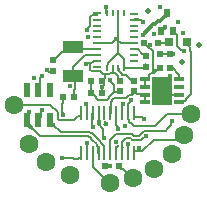
<source format=gtl>
G04*
G04 #@! TF.GenerationSoftware,Altium Limited,Altium Designer,20.0.13 (296)*
G04*
G04 Layer_Physical_Order=1*
G04 Layer_Color=255*
%FSLAX25Y25*%
%MOIN*%
G70*
G01*
G75*
%ADD15C,0.00600*%
%ADD16R,0.02165X0.02165*%
%ADD17R,0.03347X0.01378*%
%ADD18R,0.06693X0.09646*%
%ADD19R,0.01890X0.02539*%
%ADD20R,0.02362X0.04724*%
%ADD21R,0.07087X0.03937*%
%ADD22R,0.02441X0.02362*%
%ADD23R,0.02362X0.02441*%
%ADD24R,0.00984X0.04724*%
%ADD25R,0.02657X0.00984*%
%ADD26R,0.00984X0.02264*%
%ADD27R,0.02165X0.02165*%
%ADD28R,0.03150X0.03150*%
%ADD44C,0.00800*%
%ADD45C,0.01200*%
%ADD46C,0.01949*%
%ADD47C,0.01772*%
%ADD48C,0.06299*%
D15*
X50098Y51650D02*
Y51973D01*
X49724Y51276D02*
X50098Y51650D01*
X42961Y53500D02*
X43000D01*
X39843Y54390D02*
X42071D01*
X42961Y53500D01*
X40035Y54582D02*
X41618D01*
X39843Y54390D02*
X40035Y54582D01*
X35921Y23193D02*
X36022Y23294D01*
Y26339D02*
X36123Y26440D01*
X36022Y23294D02*
Y26339D01*
X28000Y20000D02*
X28064Y20064D01*
Y20420D01*
X28000Y19777D02*
X28714Y19063D01*
X28000Y19777D02*
Y20000D01*
X26000Y18614D02*
X26092Y18523D01*
X26000Y23114D02*
X26079Y23193D01*
X26000Y18614D02*
Y23114D01*
X29500Y15500D02*
X29893Y15107D01*
Y15107D02*
Y15107D01*
X29500Y15500D02*
Y17975D01*
X28714Y18760D02*
X29500Y17975D01*
X28714Y18760D02*
Y19063D01*
X16020Y8131D02*
X19617D01*
X19748Y8000D01*
X21227D01*
X21734Y8507D01*
X14500Y21351D02*
Y23500D01*
X12000Y26000D02*
X14500Y23500D01*
X14852Y21000D02*
X15508D01*
X15613Y20895D01*
X19844D01*
X21101Y22152D01*
X38254Y2746D02*
X39500D01*
X34800Y5500D02*
X35569Y4731D01*
X36269D01*
X38254Y2746D01*
X26079Y5421D02*
X31500Y0D01*
X32000D01*
X49724Y51276D02*
X50328D01*
X48500Y42800D02*
X52000D01*
X1455Y26000D02*
X12000D01*
X14500Y21351D02*
X14852Y21000D01*
X22142Y22344D02*
Y23193D01*
X21950Y22152D02*
X22142Y22344D01*
X21101Y22152D02*
X21950D01*
X26079Y5421D02*
Y9807D01*
D16*
X30200Y5500D02*
D03*
X34800D02*
D03*
X35200Y34000D02*
D03*
X39800D02*
D03*
X43295Y46605D02*
D03*
X47895D02*
D03*
X35200Y30500D02*
D03*
X39800D02*
D03*
D17*
X43583Y34559D02*
D03*
Y32000D02*
D03*
Y29441D02*
D03*
Y26882D02*
D03*
X55000D02*
D03*
Y29441D02*
D03*
Y32000D02*
D03*
Y34559D02*
D03*
D18*
X49291Y30720D02*
D03*
D19*
X49031Y50539D02*
D03*
X52969D02*
D03*
X51000Y56461D02*
D03*
D20*
X4260Y30921D02*
D03*
X8000D02*
D03*
X11740D02*
D03*
Y21079D02*
D03*
X8000D02*
D03*
X4260D02*
D03*
D21*
X19500Y45421D02*
D03*
Y35579D02*
D03*
D22*
X13000Y37189D02*
D03*
Y40811D02*
D03*
X44000Y38689D02*
D03*
Y42311D02*
D03*
D23*
X25689Y34000D02*
D03*
X29311D02*
D03*
X16189Y28500D02*
D03*
X19811D02*
D03*
X25689Y30000D02*
D03*
X29311D02*
D03*
D24*
X22142Y9807D02*
D03*
Y23193D02*
D03*
X24110Y9807D02*
D03*
Y23193D02*
D03*
X26079Y9807D02*
D03*
Y23193D02*
D03*
X28047Y9807D02*
D03*
Y23193D02*
D03*
X30016Y9807D02*
D03*
Y23193D02*
D03*
X31984Y9807D02*
D03*
Y23193D02*
D03*
X33953Y9807D02*
D03*
Y23193D02*
D03*
X35921Y9807D02*
D03*
Y23193D02*
D03*
X37890Y9807D02*
D03*
Y23193D02*
D03*
X39858Y9807D02*
D03*
Y23193D02*
D03*
D25*
X27539Y38642D02*
D03*
X39843Y38394D02*
D03*
Y40610D02*
D03*
Y42579D02*
D03*
Y44547D02*
D03*
Y46516D02*
D03*
Y48484D02*
D03*
Y50453D02*
D03*
Y52421D02*
D03*
Y54390D02*
D03*
Y56410D02*
D03*
X27539Y56606D02*
D03*
Y54390D02*
D03*
Y52421D02*
D03*
Y50453D02*
D03*
Y48484D02*
D03*
Y46516D02*
D03*
Y44547D02*
D03*
Y42579D02*
D03*
Y40610D02*
D03*
D26*
X30736Y38394D02*
D03*
X32705D02*
D03*
X34673D02*
D03*
X36642D02*
D03*
Y56606D02*
D03*
X34673D02*
D03*
X32705D02*
D03*
X30736D02*
D03*
D27*
X52000Y42800D02*
D03*
Y38200D02*
D03*
X48500Y42800D02*
D03*
Y38200D02*
D03*
D28*
X57453Y47000D02*
D03*
X51547D02*
D03*
D44*
X34500Y18000D02*
Y18580D01*
X34591Y18672D01*
X35453Y16286D02*
X39361D01*
X35281Y16114D02*
X35453Y16286D01*
X33947Y16114D02*
X35281D01*
X31984Y14151D02*
X33947Y16114D01*
X45028Y45814D02*
X45214Y46000D01*
X32516Y46516D02*
X34000Y48000D01*
X34500Y48500D01*
X34673Y47327D02*
Y56606D01*
X44970Y44930D02*
X45408Y44492D01*
X43295Y46605D02*
X44557Y45343D01*
X45028Y44989D02*
Y45814D01*
X44970Y44930D02*
X45028Y44989D01*
X39000Y27237D02*
Y27500D01*
X37982Y23449D02*
Y25631D01*
X38009Y25659D01*
X37808Y23275D02*
X37982Y23449D01*
X38009Y25659D02*
Y26246D01*
X39000Y27237D01*
X37209Y28417D02*
X38177Y29386D01*
X39186D01*
X39800Y30000D01*
X33417Y28417D02*
X37209D01*
X33953Y19310D02*
X34591Y18672D01*
X27379Y14954D02*
X29924Y12409D01*
X27379Y14954D02*
Y14954D01*
X25759Y16574D02*
X27379Y14954D01*
X25179Y15174D02*
X25979Y14374D01*
Y14374D02*
Y14374D01*
Y14374D02*
X27571Y12782D01*
Y12154D02*
Y12782D01*
X24499Y15500D02*
X24825Y15174D01*
X25179D01*
X25405Y16574D02*
X25759D01*
X24979Y17000D02*
X25405Y16574D01*
X24358Y13288D02*
Y13328D01*
X8621Y15500D02*
X24499D01*
X15386Y17000D02*
X24979D01*
X31984Y9807D02*
Y14151D01*
X24175Y9872D02*
Y13511D01*
X6112Y18009D02*
X8621Y15500D01*
X24175Y13511D02*
X24358Y13328D01*
X13000Y19386D02*
X15386Y17000D01*
X12521Y19386D02*
X13000D01*
X41500Y11486D02*
X41648Y11338D01*
Y10648D02*
Y11338D01*
X40450Y10500D02*
X41500D01*
X29924Y9899D02*
Y12409D01*
X16166Y22867D02*
X16352Y22681D01*
X39998Y18786D02*
X45361D01*
X39281Y19502D02*
X39998Y18786D01*
X39280Y19502D02*
X39281D01*
X38366Y20416D02*
X39280Y19502D01*
X38366Y20416D02*
Y20846D01*
X37982Y21231D02*
X38366Y20846D01*
X40056Y21892D02*
X42449D01*
X39950Y21787D02*
X40056Y21892D01*
X39858Y21879D02*
X39950Y21787D01*
X39858Y21879D02*
Y23193D01*
X37219Y14886D02*
X38781D01*
X35941Y13608D02*
X37219Y14886D01*
X37882Y12882D02*
X38000Y13000D01*
X42144Y14331D02*
X43127Y15314D01*
X39336Y14331D02*
X42144D01*
X38781Y14886D02*
X39336Y14331D01*
X41564Y15731D02*
X43219Y17386D01*
X39916Y15731D02*
X41564D01*
X39361Y16286D02*
X39916Y15731D01*
X43814Y15314D02*
X44000Y15500D01*
X27895Y27600D02*
X30727D01*
X27130Y28365D02*
X27895Y27600D01*
X27130Y28365D02*
Y28711D01*
X26661Y29179D02*
X27130Y28711D01*
X35941Y12774D02*
Y13608D01*
X25796Y55882D02*
X27539D01*
X42648Y10648D02*
X46431Y14431D01*
X43127Y15314D02*
X43814D01*
X41500Y10500D02*
X41648Y10648D01*
X27955Y9899D02*
Y11769D01*
X27571Y12154D02*
X27955Y11769D01*
X46431Y14431D02*
X53389D01*
X41648Y10648D02*
X42648D01*
X54958Y16000D02*
X55335D01*
X53389Y14431D02*
X54958Y16000D01*
X51000Y17854D02*
Y18000D01*
X43219Y17386D02*
X50531D01*
X51000Y17854D01*
Y23000D02*
X57923D01*
X46786Y18786D02*
X51000Y23000D01*
X45361Y18786D02*
X46786D01*
X52325Y19325D02*
Y20325D01*
X52500Y20500D01*
X51000Y18000D02*
X52325Y19325D01*
X54264Y45625D02*
Y49244D01*
X52909Y50274D02*
Y50599D01*
Y50274D02*
X53513Y49670D01*
X53838D01*
X54264Y49244D01*
Y45625D02*
X55464Y44425D01*
X55666D02*
X56225Y43867D01*
X56488D01*
X55464Y44425D02*
X55666D01*
X57000Y46325D02*
Y47453D01*
X58456Y44044D02*
X58961Y43539D01*
X58456Y44044D02*
Y45221D01*
X57352Y46325D02*
X58456Y45221D01*
X57000Y46325D02*
X57352D01*
X57673Y28420D02*
X58961Y29708D01*
X56717Y27382D02*
X57673Y28338D01*
Y28420D01*
X55417Y27382D02*
X56717D01*
X58961Y29708D02*
Y43539D01*
X47895Y46605D02*
X48000Y46500D01*
X50788D01*
X45408Y44492D02*
X45635D01*
X46220Y43906D01*
Y37389D02*
Y43906D01*
X51342Y35000D02*
X51748D01*
X51891Y35143D02*
Y35631D01*
X51748Y35000D02*
X51891Y35143D01*
X39843Y44547D02*
X39935Y44455D01*
X41201D01*
X42564Y43092D01*
X43180D01*
X43399Y42257D02*
Y42873D01*
X43180Y43092D02*
X43399Y42873D01*
X39879Y38430D02*
X42741D01*
X39843Y38394D02*
X39879Y38430D01*
X42741D02*
X43892Y39581D01*
X43892D01*
X36642Y38394D02*
X39843D01*
X46291Y37319D02*
X46705Y37733D01*
X44875Y34790D02*
X44945Y34860D01*
X47602Y37517D02*
X47817D01*
X46628Y36543D02*
X47602Y37517D01*
X44945Y35958D02*
X45531Y36543D01*
X46628D01*
X44945Y34860D02*
Y35958D01*
X47817Y37517D02*
Y37733D01*
X46705D02*
X47817D01*
X25504Y39841D02*
X25796Y40134D01*
X25211Y39548D02*
X25504Y39841D01*
X23838Y39662D02*
X24016Y39841D01*
X25504D01*
X19500Y35579D02*
Y38500D01*
X23500Y42500D01*
X27461D01*
X24110Y50872D02*
X24574D01*
X24110Y51336D02*
X25211Y52437D01*
X37882Y9815D02*
Y12882D01*
X39950Y11000D02*
X40450Y10500D01*
X37808Y23275D02*
X37982Y23101D01*
X39800Y30200D02*
X40100D01*
X40800Y29500D02*
X43524D01*
X43583Y29441D01*
X40100Y30200D02*
X40800Y29500D01*
X29311Y31864D02*
X29337Y31890D01*
X29311Y30000D02*
Y31864D01*
X24110Y9807D02*
X24175Y9872D01*
X30171Y36262D02*
X31643D01*
X29830D02*
X30171D01*
X32017Y33837D02*
Y34376D01*
X30132Y35195D02*
X30171Y35234D01*
X30132Y34860D02*
Y35195D01*
X29311Y34039D02*
X30132Y34860D01*
X31643Y36262D02*
X31876Y36495D01*
X30171Y35234D02*
Y36262D01*
X30171Y36262D01*
X32017Y33837D02*
X33117Y32737D01*
X29311Y34000D02*
Y34039D01*
X31876Y36495D02*
X32705D01*
X33505D01*
X34517Y35483D01*
Y34683D02*
X35200Y34000D01*
X34517Y34683D02*
Y35483D01*
X35915Y36083D02*
X36697D01*
X35735Y36262D02*
X35915Y36083D01*
X35735Y36262D02*
X35735D01*
X34765Y37232D02*
X35735Y36262D01*
X34673Y38394D02*
X34765Y38302D01*
Y37232D02*
Y38302D01*
X38817Y34183D02*
X39117D01*
X37042Y35958D02*
X38817Y34183D01*
X36822Y35958D02*
X37042D01*
X36697Y36083D02*
X36822Y35958D01*
X39117Y34183D02*
X39800Y33500D01*
X28701Y37150D02*
X29436Y36415D01*
X29677D01*
X29830Y36262D01*
X32705Y36495D02*
Y38394D01*
X30000Y32500D02*
Y33311D01*
X11500Y37000D02*
X13000D01*
X11000Y37500D02*
X11500Y37000D01*
X13000D02*
Y37189D01*
X37982Y21231D02*
Y23101D01*
X37882Y9815D02*
X37890Y9807D01*
X42449Y21892D02*
X43075Y21266D01*
X8781Y21860D02*
Y23596D01*
X9136Y23951D01*
Y24214D01*
X35940Y11930D02*
Y12774D01*
X5000Y19117D02*
Y23500D01*
Y18723D02*
Y19117D01*
X5714Y18009D02*
X6112D01*
X5000Y18723D02*
X5714Y18009D01*
X5819Y18302D02*
X6112Y18009D01*
X32892Y27785D02*
Y27892D01*
X31492Y28472D02*
X31956Y28936D01*
X31492Y28365D02*
Y28472D01*
X32892Y27892D02*
X33417Y28417D01*
X32076Y26970D02*
X32892Y27785D01*
X32076Y23285D02*
Y26970D01*
X30727Y27600D02*
X31492Y28365D01*
X31956Y28936D02*
Y28971D01*
X11740Y20167D02*
Y21079D01*
Y20167D02*
X12521Y19386D01*
X5819Y18302D02*
Y18648D01*
X33117Y30267D02*
Y32737D01*
Y30267D02*
X33185Y30200D01*
X31956Y28971D02*
X33185Y30200D01*
X25689Y29961D02*
X26470Y29179D01*
X26661D01*
X25689Y29961D02*
Y30000D01*
Y34000D01*
X33185Y30200D02*
X35200D01*
X29311Y34000D02*
X30000Y33311D01*
X25796Y40134D02*
X26226D01*
X26703Y40610D01*
X25211Y37735D02*
Y39548D01*
X26703Y40610D02*
X27539D01*
X25796Y37150D02*
X28701D01*
X25211Y37735D02*
X25796Y37150D01*
X19811Y28500D02*
Y30883D01*
X19279Y35779D02*
X20271Y34786D01*
X19811Y30883D02*
X20271Y31343D01*
Y34786D01*
X16166Y22867D02*
Y23469D01*
X16000Y23636D02*
X16166Y23469D01*
X16000Y23636D02*
Y26500D01*
X16048Y28359D02*
X16189Y28500D01*
X16048Y26548D02*
Y28359D01*
X16000Y26500D02*
X16048Y26548D01*
X39858Y10908D02*
X39950Y11000D01*
X49291Y30720D02*
Y33209D01*
X8386Y31307D02*
Y34886D01*
X8000Y30921D02*
X8386Y31307D01*
Y34886D02*
X9082Y35582D01*
X8000Y21079D02*
X8781Y21860D01*
X35940Y11930D02*
X36057Y11813D01*
X35921Y9807D02*
Y11677D01*
X36057Y11813D01*
X30238Y19769D02*
Y20762D01*
X30014Y19546D02*
X30238Y19769D01*
X27539Y55882D02*
Y56606D01*
X25211Y55296D02*
X25796Y55882D01*
X25211Y53483D02*
Y55296D01*
Y53483D02*
X25289Y53405D01*
X25211Y53328D02*
X25289Y53405D01*
X25211Y52437D02*
Y53328D01*
X30644Y56698D02*
X30736Y56606D01*
X30644Y56698D02*
Y58562D01*
X30539Y58667D02*
X30644Y58562D01*
X33953Y9807D02*
Y11677D01*
X34429Y12154D01*
Y12584D01*
X33953Y19310D02*
Y23193D01*
X27955Y9899D02*
X28047Y9807D01*
X29924Y9899D02*
X30016Y9807D01*
X36642Y38394D02*
Y41432D01*
X34673Y43400D02*
X36642Y41432D01*
X34673Y47327D02*
X35484Y46516D01*
X34673Y43400D02*
Y47327D01*
X31213Y39940D02*
X34673Y43400D01*
X31213Y39510D02*
Y39940D01*
X30736Y39033D02*
X31213Y39510D01*
X30736Y38394D02*
Y39033D01*
X35484Y46516D02*
X39843D01*
X27539D02*
X32516D01*
X31984Y23193D02*
X32076Y23285D01*
X43583Y26882D02*
Y29441D01*
X18626Y44547D02*
X27539D01*
X18066D02*
X18626D01*
X19500Y45421D01*
X17932Y43853D02*
X18626Y44547D01*
X16042Y43853D02*
X17932D01*
X13821Y41631D02*
X16042Y43853D01*
X13821Y41592D02*
Y41631D01*
X13039Y40811D02*
X13821Y41592D01*
X13000Y40811D02*
X13039D01*
X27461Y42500D02*
X27539Y42579D01*
X5350Y19117D02*
X5819Y18648D01*
X4260Y19898D02*
X5041Y19117D01*
X5350D01*
X4260Y19898D02*
Y21079D01*
X55289Y35059D02*
X55417D01*
X55000Y35348D02*
X55289Y35059D01*
X55000Y35348D02*
Y36000D01*
X52183Y38517D02*
X52483D01*
X55000Y36000D01*
X43583Y32000D02*
Y34559D01*
X50571Y29441D02*
X55000D01*
X49291Y30720D02*
X50571Y29441D01*
D45*
X42962Y49433D02*
Y49433D01*
X48520Y53980D02*
X50130Y55591D01*
X47980Y53980D02*
X48520D01*
X46824Y52824D02*
X47980Y53980D01*
X46354Y52824D02*
X46824D01*
X42962Y49433D02*
X46354Y52824D01*
X50455Y55591D02*
X51000Y56136D01*
X50130Y55591D02*
X50455D01*
X51000Y56136D02*
Y56461D01*
D46*
X61667Y46025D02*
D03*
X56010Y40368D02*
D03*
X44697Y57339D02*
D03*
D47*
X34500Y18000D02*
D03*
X48500Y58500D02*
D03*
X54500Y53500D02*
D03*
X50098Y51973D02*
D03*
X45214Y46000D02*
D03*
X46534Y49500D02*
D03*
X42962Y49433D02*
D03*
X34000Y48000D02*
D03*
X43000Y53500D02*
D03*
X36123Y26440D02*
D03*
X39000Y27500D02*
D03*
X34028Y13528D02*
D03*
X37000Y19000D02*
D03*
X28064Y20420D02*
D03*
X26092Y18523D02*
D03*
X30500Y19722D02*
D03*
X29893Y15107D02*
D03*
X24358Y13288D02*
D03*
X16020Y8131D02*
D03*
X41500Y11486D02*
D03*
X16352Y22681D02*
D03*
X38000Y13000D02*
D03*
X24004Y26130D02*
D03*
X44000Y15500D02*
D03*
X31888Y5758D02*
D03*
X52500Y20500D02*
D03*
X56150Y50061D02*
D03*
X56488Y43867D02*
D03*
X51891Y35631D02*
D03*
X23838Y39662D02*
D03*
X24110Y50872D02*
D03*
X53000Y43000D02*
D03*
X29337Y31890D02*
D03*
X32017Y34376D02*
D03*
X24500Y48500D02*
D03*
X11000Y37500D02*
D03*
X43075Y21266D02*
D03*
X9136Y24214D02*
D03*
X13000Y19386D02*
D03*
X5000Y23500D02*
D03*
X18385Y32124D02*
D03*
X6500Y35000D02*
D03*
X9082Y35582D02*
D03*
X30539Y58667D02*
D03*
D48*
X59000Y23000D02*
D03*
X56500Y16000D02*
D03*
X32000Y0D02*
D03*
X46500Y4500D02*
D03*
X0Y26000D02*
D03*
X18500Y2500D02*
D03*
X10500Y7000D02*
D03*
X52500Y9500D02*
D03*
X5000Y13000D02*
D03*
X39500Y1500D02*
D03*
M02*

</source>
